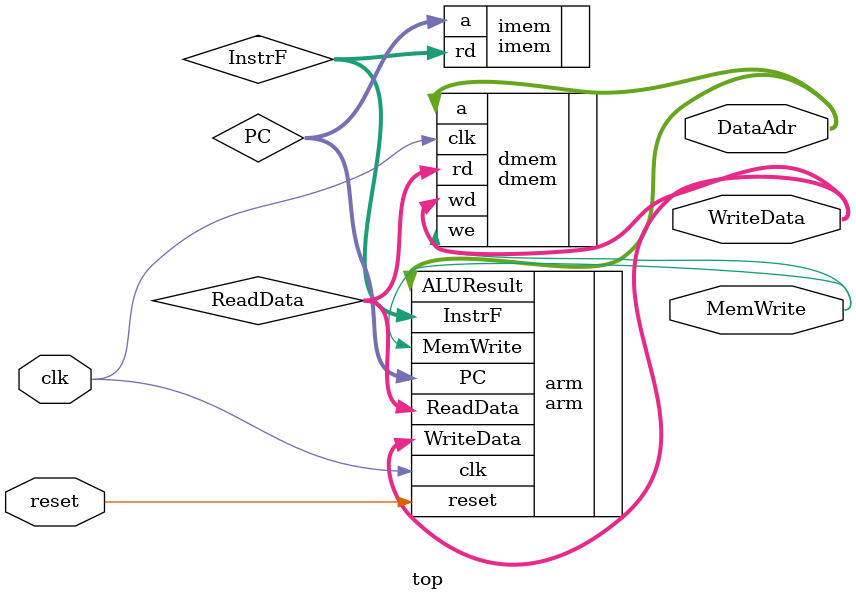
<source format=v>
module top (
	clk,
	reset,
	WriteData,
	DataAdr,
	MemWrite
);
	input wire clk;
	input wire reset;
	output wire [31:0] WriteData;
	output wire [31:0] DataAdr;
	output wire MemWrite;
	wire [31:0] PC;
	wire [31:0] InstrF;
	wire [31:0] ReadData;
	arm arm(
		.clk(clk),
		.reset(reset),
		.PC(PC),
		.InstrF(InstrF),
		.MemWrite(MemWrite),
		.ALUResult(DataAdr),
		.WriteData(WriteData),
		.ReadData(ReadData)
	);
	imem imem(
		.a(PC),
		.rd(InstrF)
	);
	dmem dmem(
		.clk(clk),
		.we(MemWrite),
		.a(DataAdr),
		.wd(WriteData),
		.rd(ReadData)
	);
endmodule

</source>
